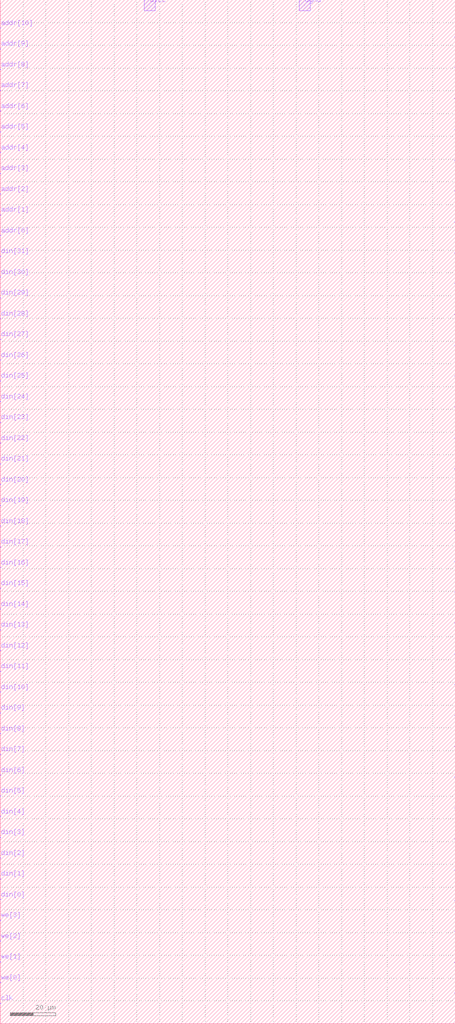
<source format=lef>
VERSION 5.6 ;


BUSBITCHARS "[]" ;
DIVIDERCHAR "/"  ;

MACRO bytewrite_ram_32bits
    CLASS BLOCK ;
    FOREIGN bytewrite_ram_32bits 0.000 0.000  ;
    ORIGIN 0.000 0.000 ;
    SIZE 200.0 BY 450.0 ;
    SYMMETRY x y r90 ;

    PIN dvcc
        DIRECTION  INOUT ;
	USE POWER ;
        PORT
        LAYER metal1 ;
        RECT  63.36 445.2 68.16 450.0 ;
        END
    END dvcc

    PIN dgnd
        DIRECTION  INOUT ;
	USE GROUND ;
        PORT
        LAYER metal1 ;
        RECT  131.52 445.2 136.32 450.0 ;
        END
    END dgnd

    PIN dout[0]
        DIRECTION  OUTPUT ;
	
        PORT
        LAYER metal1 ;
        RECT  199.76 13.32 200.0 13.56 ;
        END
    END dout[0]

    PIN dout[1]
        DIRECTION  OUTPUT ;
	
        PORT
        LAYER metal1 ;
        RECT  199.76 26.88 200.0 27.12 ;
        END
    END dout[1]

    PIN dout[2]
        DIRECTION  OUTPUT ;
	
        PORT
        LAYER metal1 ;
        RECT  199.76 40.44 200.0 40.68 ;
        END
    END dout[2]

    PIN dout[3]
        DIRECTION  OUTPUT ;
	
        PORT
        LAYER metal1 ;
        RECT  199.76 54.0 200.0 54.24 ;
        END
    END dout[3]

    PIN dout[4]
        DIRECTION  OUTPUT ;
	
        PORT
        LAYER metal1 ;
        RECT  199.76 67.56 200.0 67.8 ;
        END
    END dout[4]

    PIN dout[5]
        DIRECTION  OUTPUT ;
	
        PORT
        LAYER metal1 ;
        RECT  199.76 81.12 200.0 81.36 ;
        END
    END dout[5]

    PIN dout[6]
        DIRECTION  OUTPUT ;
	
        PORT
        LAYER metal1 ;
        RECT  199.76 94.68 200.0 94.92 ;
        END
    END dout[6]

    PIN dout[7]
        DIRECTION  OUTPUT ;
	
        PORT
        LAYER metal1 ;
        RECT  199.76 108.24 200.0 108.48 ;
        END
    END dout[7]

    PIN dout[8]
        DIRECTION  OUTPUT ;
	
        PORT
        LAYER metal1 ;
        RECT  199.76 121.8 200.0 122.04 ;
        END
    END dout[8]

    PIN dout[9]
        DIRECTION  OUTPUT ;
	
        PORT
        LAYER metal1 ;
        RECT  199.76 135.36 200.0 135.6 ;
        END
    END dout[9]

    PIN dout[10]
        DIRECTION  OUTPUT ;
	
        PORT
        LAYER metal1 ;
        RECT  199.76 148.92 200.0 149.16 ;
        END
    END dout[10]

    PIN dout[11]
        DIRECTION  OUTPUT ;
	
        PORT
        LAYER metal1 ;
        RECT  199.76 162.48 200.0 162.72 ;
        END
    END dout[11]

    PIN dout[12]
        DIRECTION  OUTPUT ;
	
        PORT
        LAYER metal1 ;
        RECT  199.76 176.04 200.0 176.28 ;
        END
    END dout[12]

    PIN dout[13]
        DIRECTION  OUTPUT ;
	
        PORT
        LAYER metal1 ;
        RECT  199.76 189.6 200.0 189.84 ;
        END
    END dout[13]

    PIN dout[14]
        DIRECTION  OUTPUT ;
	
        PORT
        LAYER metal1 ;
        RECT  199.76 203.16 200.0 203.4 ;
        END
    END dout[14]

    PIN dout[15]
        DIRECTION  OUTPUT ;
	
        PORT
        LAYER metal1 ;
        RECT  199.76 216.72 200.0 216.96 ;
        END
    END dout[15]

    PIN dout[16]
        DIRECTION  OUTPUT ;
	
        PORT
        LAYER metal1 ;
        RECT  199.76 230.28 200.0 230.52 ;
        END
    END dout[16]

    PIN dout[17]
        DIRECTION  OUTPUT ;
	
        PORT
        LAYER metal1 ;
        RECT  199.76 243.84 200.0 244.08 ;
        END
    END dout[17]

    PIN dout[18]
        DIRECTION  OUTPUT ;
	
        PORT
        LAYER metal1 ;
        RECT  199.76 257.4 200.0 257.64 ;
        END
    END dout[18]

    PIN dout[19]
        DIRECTION  OUTPUT ;
	
        PORT
        LAYER metal1 ;
        RECT  199.76 270.96 200.0 271.2 ;
        END
    END dout[19]

    PIN dout[20]
        DIRECTION  OUTPUT ;
	
        PORT
        LAYER metal1 ;
        RECT  199.76 284.52 200.0 284.76 ;
        END
    END dout[20]

    PIN dout[21]
        DIRECTION  OUTPUT ;
	
        PORT
        LAYER metal1 ;
        RECT  199.76 298.08 200.0 298.32 ;
        END
    END dout[21]

    PIN dout[22]
        DIRECTION  OUTPUT ;
	
        PORT
        LAYER metal1 ;
        RECT  199.76 311.64 200.0 311.88 ;
        END
    END dout[22]

    PIN dout[23]
        DIRECTION  OUTPUT ;
	
        PORT
        LAYER metal1 ;
        RECT  199.76 325.2 200.0 325.44 ;
        END
    END dout[23]

    PIN dout[24]
        DIRECTION  OUTPUT ;
	
        PORT
        LAYER metal1 ;
        RECT  199.76 338.76 200.0 339.0 ;
        END
    END dout[24]

    PIN dout[25]
        DIRECTION  OUTPUT ;
	
        PORT
        LAYER metal1 ;
        RECT  199.76 352.32 200.0 352.56 ;
        END
    END dout[25]

    PIN dout[26]
        DIRECTION  OUTPUT ;
	
        PORT
        LAYER metal1 ;
        RECT  199.76 365.88 200.0 366.12 ;
        END
    END dout[26]

    PIN dout[27]
        DIRECTION  OUTPUT ;
	
        PORT
        LAYER metal1 ;
        RECT  199.76 379.44 200.0 379.68 ;
        END
    END dout[27]

    PIN dout[28]
        DIRECTION  OUTPUT ;
	
        PORT
        LAYER metal1 ;
        RECT  199.76 393.0 200.0 393.24 ;
        END
    END dout[28]

    PIN dout[29]
        DIRECTION  OUTPUT ;
	
        PORT
        LAYER metal1 ;
        RECT  199.76 406.56 200.0 406.8 ;
        END
    END dout[29]

    PIN dout[30]
        DIRECTION  OUTPUT ;
	
        PORT
        LAYER metal1 ;
        RECT  199.76 420.12 200.0 420.36 ;
        END
    END dout[30]

    PIN dout[31]
        DIRECTION  OUTPUT ;
	
        PORT
        LAYER metal1 ;
        RECT  199.76 433.68 200.0 433.92 ;
        END
    END dout[31]

    PIN clk
        DIRECTION  INPUT ;
	
        PORT
        LAYER metal1 ;
        RECT  0 8.88 0.24 9.12 ;
        END
    END clk

    PIN we[0]
        DIRECTION  INPUT ;
	
        PORT
        LAYER metal1 ;
        RECT  0 18.0 0.24 18.24 ;
        END
    END we[0]

    PIN we[1]
        DIRECTION  INPUT ;
	
        PORT
        LAYER metal1 ;
        RECT  0 27.12 0.24 27.36 ;
        END
    END we[1]

    PIN we[2]
        DIRECTION  INPUT ;
	
        PORT
        LAYER metal1 ;
        RECT  0 36.24 0.24 36.48 ;
        END
    END we[2]

    PIN we[3]
        DIRECTION  INPUT ;
	
        PORT
        LAYER metal1 ;
        RECT  0 45.36 0.24 45.6 ;
        END
    END we[3]

    PIN din[0]
        DIRECTION  INPUT ;
	
        PORT
        LAYER metal1 ;
        RECT  0 54.48 0.24 54.72 ;
        END
    END din[0]

    PIN din[1]
        DIRECTION  INPUT ;
	
        PORT
        LAYER metal1 ;
        RECT  0 63.6 0.24 63.84 ;
        END
    END din[1]

    PIN din[2]
        DIRECTION  INPUT ;
	
        PORT
        LAYER metal1 ;
        RECT  0 72.72 0.24 72.96 ;
        END
    END din[2]

    PIN din[3]
        DIRECTION  INPUT ;
	
        PORT
        LAYER metal1 ;
        RECT  0 81.84 0.24 82.08 ;
        END
    END din[3]

    PIN din[4]
        DIRECTION  INPUT ;
	
        PORT
        LAYER metal1 ;
        RECT  0 90.96 0.24 91.2 ;
        END
    END din[4]

    PIN din[5]
        DIRECTION  INPUT ;
	
        PORT
        LAYER metal1 ;
        RECT  0 100.08 0.24 100.32 ;
        END
    END din[5]

    PIN din[6]
        DIRECTION  INPUT ;
	
        PORT
        LAYER metal1 ;
        RECT  0 109.2 0.24 109.44 ;
        END
    END din[6]

    PIN din[7]
        DIRECTION  INPUT ;
	
        PORT
        LAYER metal1 ;
        RECT  0 118.32 0.24 118.56 ;
        END
    END din[7]

    PIN din[8]
        DIRECTION  INPUT ;
	
        PORT
        LAYER metal1 ;
        RECT  0 127.44 0.24 127.68 ;
        END
    END din[8]

    PIN din[9]
        DIRECTION  INPUT ;
	
        PORT
        LAYER metal1 ;
        RECT  0 136.56 0.24 136.8 ;
        END
    END din[9]

    PIN din[10]
        DIRECTION  INPUT ;
	
        PORT
        LAYER metal1 ;
        RECT  0 145.68 0.24 145.92 ;
        END
    END din[10]

    PIN din[11]
        DIRECTION  INPUT ;
	
        PORT
        LAYER metal1 ;
        RECT  0 154.8 0.24 155.04 ;
        END
    END din[11]

    PIN din[12]
        DIRECTION  INPUT ;
	
        PORT
        LAYER metal1 ;
        RECT  0 163.92 0.24 164.16 ;
        END
    END din[12]

    PIN din[13]
        DIRECTION  INPUT ;
	
        PORT
        LAYER metal1 ;
        RECT  0 173.04 0.24 173.28 ;
        END
    END din[13]

    PIN din[14]
        DIRECTION  INPUT ;
	
        PORT
        LAYER metal1 ;
        RECT  0 182.16 0.24 182.4 ;
        END
    END din[14]

    PIN din[15]
        DIRECTION  INPUT ;
	
        PORT
        LAYER metal1 ;
        RECT  0 191.28 0.24 191.52 ;
        END
    END din[15]

    PIN din[16]
        DIRECTION  INPUT ;
	
        PORT
        LAYER metal1 ;
        RECT  0 200.4 0.24 200.64 ;
        END
    END din[16]

    PIN din[17]
        DIRECTION  INPUT ;
	
        PORT
        LAYER metal1 ;
        RECT  0 209.52 0.24 209.76 ;
        END
    END din[17]

    PIN din[18]
        DIRECTION  INPUT ;
	
        PORT
        LAYER metal1 ;
        RECT  0 218.64 0.24 218.88 ;
        END
    END din[18]

    PIN din[19]
        DIRECTION  INPUT ;
	
        PORT
        LAYER metal1 ;
        RECT  0 227.76 0.24 228.0 ;
        END
    END din[19]

    PIN din[20]
        DIRECTION  INPUT ;
	
        PORT
        LAYER metal1 ;
        RECT  0 236.88 0.24 237.12 ;
        END
    END din[20]

    PIN din[21]
        DIRECTION  INPUT ;
	
        PORT
        LAYER metal1 ;
        RECT  0 246.0 0.24 246.24 ;
        END
    END din[21]

    PIN din[22]
        DIRECTION  INPUT ;
	
        PORT
        LAYER metal1 ;
        RECT  0 255.12 0.24 255.36 ;
        END
    END din[22]

    PIN din[23]
        DIRECTION  INPUT ;
	
        PORT
        LAYER metal1 ;
        RECT  0 264.24 0.24 264.48 ;
        END
    END din[23]

    PIN din[24]
        DIRECTION  INPUT ;
	
        PORT
        LAYER metal1 ;
        RECT  0 273.36 0.24 273.6 ;
        END
    END din[24]

    PIN din[25]
        DIRECTION  INPUT ;
	
        PORT
        LAYER metal1 ;
        RECT  0 282.48 0.24 282.72 ;
        END
    END din[25]

    PIN din[26]
        DIRECTION  INPUT ;
	
        PORT
        LAYER metal1 ;
        RECT  0 291.6 0.24 291.84 ;
        END
    END din[26]

    PIN din[27]
        DIRECTION  INPUT ;
	
        PORT
        LAYER metal1 ;
        RECT  0 300.72 0.24 300.96 ;
        END
    END din[27]

    PIN din[28]
        DIRECTION  INPUT ;
	
        PORT
        LAYER metal1 ;
        RECT  0 309.84 0.24 310.08 ;
        END
    END din[28]

    PIN din[29]
        DIRECTION  INPUT ;
	
        PORT
        LAYER metal1 ;
        RECT  0 318.96 0.24 319.2 ;
        END
    END din[29]

    PIN din[30]
        DIRECTION  INPUT ;
	
        PORT
        LAYER metal1 ;
        RECT  0 328.08 0.24 328.32 ;
        END
    END din[30]

    PIN din[31]
        DIRECTION  INPUT ;
	
        PORT
        LAYER metal1 ;
        RECT  0 337.2 0.24 337.44 ;
        END
    END din[31]

    PIN addr[0]
        DIRECTION  INPUT ;
	
        PORT
        LAYER metal1 ;
        RECT  0 346.32 0.24 346.56 ;
        END
    END addr[0]

    PIN addr[1]
        DIRECTION  INPUT ;
	
        PORT
        LAYER metal1 ;
        RECT  0 355.44 0.24 355.68 ;
        END
    END addr[1]

    PIN addr[2]
        DIRECTION  INPUT ;
	
        PORT
        LAYER metal1 ;
        RECT  0 364.56 0.24 364.8 ;
        END
    END addr[2]

    PIN addr[3]
        DIRECTION  INPUT ;
	
        PORT
        LAYER metal1 ;
        RECT  0 373.68 0.24 373.92 ;
        END
    END addr[3]

    PIN addr[4]
        DIRECTION  INPUT ;
	
        PORT
        LAYER metal1 ;
        RECT  0 382.8 0.24 383.04 ;
        END
    END addr[4]

    PIN addr[5]
        DIRECTION  INPUT ;
	
        PORT
        LAYER metal1 ;
        RECT  0 391.92 0.24 392.16 ;
        END
    END addr[5]

    PIN addr[6]
        DIRECTION  INPUT ;
	
        PORT
        LAYER metal1 ;
        RECT  0 401.04 0.24 401.28 ;
        END
    END addr[6]

    PIN addr[7]
        DIRECTION  INPUT ;
	
        PORT
        LAYER metal1 ;
        RECT  0 410.16 0.24 410.4 ;
        END
    END addr[7]

    PIN addr[8]
        DIRECTION  INPUT ;
	
        PORT
        LAYER metal1 ;
        RECT  0 419.28 0.24 419.52 ;
        END
    END addr[8]

    PIN addr[9]
        DIRECTION  INPUT ;
	
        PORT
        LAYER metal1 ;
        RECT  0 428.4 0.24 428.64 ;
        END
    END addr[9]

    PIN addr[10]
        DIRECTION  INPUT ;
	
        PORT
        LAYER metal1 ;
        RECT  0 437.52 0.24 437.76 ;
        END
    END addr[10]

END bytewrite_ram_32bits

END LIBRARY

</source>
